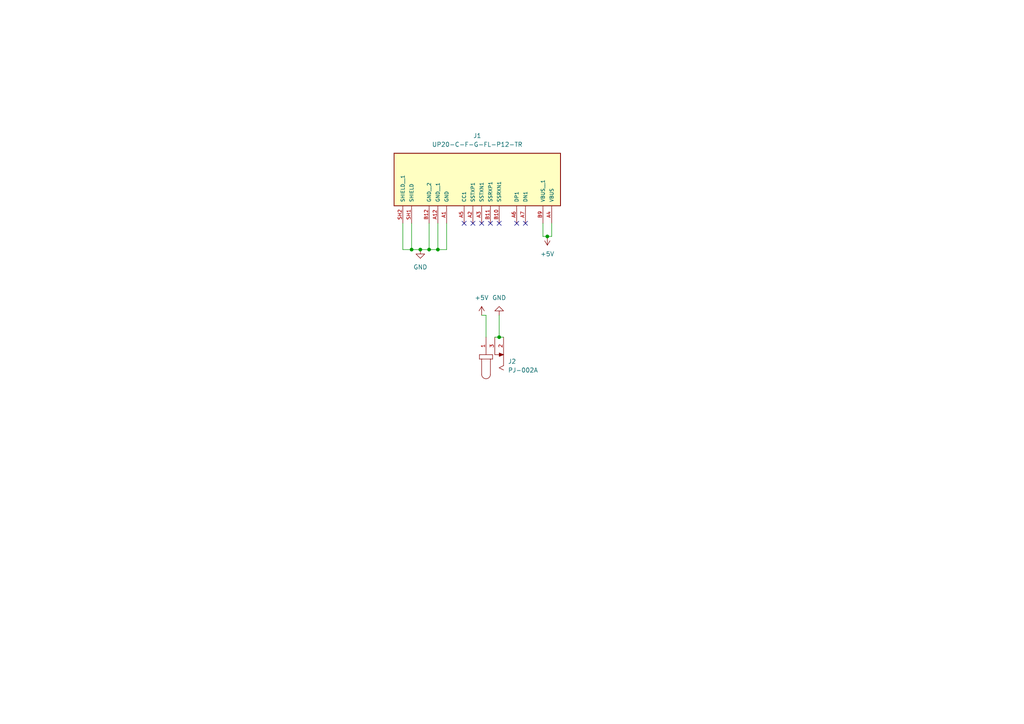
<source format=kicad_sch>
(kicad_sch (version 20250114) (generator "eeschema") (generator_version "9.0")
  (paper "A4")
  (lib_symbols
    (symbol "PJ-002A:PJ-002A" (pin_names (offset 1.016))
      (property "Reference" "J" (at -7.6212 5.0808 0))
      (property "Value" "PJ-002A" (at -7.6324 -5.0882 0))
      (symbol "PJ-002A_0_0"
        (polyline (pts (xy -5.715 3.81) (xy -1.27 3.81)) (stroke (width 0.1524)))
        (arc (start -5.715 1.27) (mid -6.9794 2.54) (end -5.715 3.81) (stroke (width 0.1524)))
        (polyline (pts (xy -3.81 -1.27) (xy -4.445 -2.54)) (stroke (width 0.1524)))
        (polyline (pts (xy -3.175 -2.54) (xy -3.81 -1.27)) (stroke (width 0.1524)))
        (polyline (pts (xy -1.27 4.445) (xy -1.27 3.81)) (stroke (width 0.1524)))
        (polyline (pts (xy -1.27 3.81) (xy -1.27 1.27)) (stroke (width 0.1524)))
        (polyline (pts (xy -1.27 1.27) (xy -5.715 1.27)) (stroke (width 0.1524)))
        (polyline (pts (xy -1.27 1.27) (xy -1.27 0.635)) (stroke (width 0.1524)))
        (polyline (pts (xy -1.27 0.635) (xy 0 0.635)) (stroke (width 0.1524)))
        (polyline (pts (xy 0 4.445) (xy -1.27 4.445)) (stroke (width 0.1524)))
        (polyline (pts (xy 0 0.635) (xy 0 4.445)) (stroke (width 0.1524)))
        (polyline (pts (xy 0 0) (xy 0 -2.54)) (stroke (width 0.1524)))
        (polyline (pts (xy 0 -2.54) (xy -3.175 -2.54)) (stroke (width 0.1524)))
        (polyline (pts (xy 0 -2.54) (xy -0.508 -1.27) (xy 0.508 -1.27) (xy 0 -2.54)) (stroke (width 0.1524)) (fill (type outline)))
        (pin passive line (at 5.08 2.54 180) (length 5.08) (name "~") (number "1"))
        (pin passive line (at 5.08 0 180) (length 5.08) (name "~") (number "3"))
        (pin passive line (at 5.08 -2.54 180) (length 5.08) (name "~") (number "2"))
      )
    )
    (symbol "UP20-C-F-G-FL-P12-TR:UP20-C-F-G-FL-P12-TR" (pin_names (offset 1.016))
      (property "Reference" "J" (at -7.62 18.542 0))
      (property "Value" "UP20-C-F-G-FL-P12-TR" (at -7.62 -33.02 0))
      (symbol "UP20-C-F-G-FL-P12-TR_0_0"
        (rectangle (start -7.62 -30.48) (end 7.62 17.78) (stroke (width 0.254)) (fill (type background)))
        (pin passive line (at 12.7 15.24 180) (length 5.08) (name "VBUS") (number "A4"))
        (pin passive line (at 12.7 12.7 180) (length 5.08) (name "VBUS__1") (number "B9"))
        (pin passive line (at 12.7 7.62 180) (length 5.08) (name "DN1") (number "A7"))
        (pin passive line (at 12.7 5.08 180) (length 5.08) (name "DP1") (number "A6"))
        (pin passive line (at 12.7 0 180) (length 5.08) (name "SSRXN1") (number "B10"))
        (pin passive line (at 12.7 -2.54 180) (length 5.08) (name "SSRXP1") (number "B11"))
        (pin passive line (at 12.7 -5.08 180) (length 5.08) (name "SSTXN1") (number "A3"))
        (pin passive line (at 12.7 -7.62 180) (length 5.08) (name "SSTXP1") (number "A2"))
        (pin passive line (at 12.7 -10.16 180) (length 5.08) (name "CC1") (number "A5"))
        (pin passive line (at 12.7 -15.24 180) (length 5.08) (name "GND") (number "A1"))
        (pin passive line (at 12.7 -17.78 180) (length 5.08) (name "GND__1") (number "A12"))
        (pin passive line (at 12.7 -20.32 180) (length 5.08) (name "GND__2") (number "B12"))
        (pin passive line (at 12.7 -25.4 180) (length 5.08) (name "SHIELD") (number "SH1"))
        (pin passive line (at 12.7 -27.94 180) (length 5.08) (name "SHIELD__1") (number "SH2"))
      )
    )
    (symbol "power:+5V" (power) (pin_numbers (hide yes)) (pin_names (offset 0) (hide yes))
      (property "Value" "+5V" (at 0 3.556 0))
      (symbol "+5V_0_1"
        (polyline (pts (xy -0.762 1.27) (xy 0 2.54)))
        (polyline (pts (xy 0 2.54) (xy 0.762 1.27)))
        (polyline (pts (xy 0 0) (xy 0 2.54)))
      )
      (symbol "+5V_1_1"
        (pin power_in line (at 0 0 90) (length 0) (name "~") (number "1"))
      )
    )
    (symbol "power:GND" (power) (pin_numbers (hide yes)) (pin_names (offset 0) (hide yes))
      (property "Value" "GND" (at 0 -3.81 0))
      (symbol "GND_0_1"
        (polyline (pts (xy 0 0) (xy 0 -1.27) (xy 1.27 -1.27) (xy 0 -2.54) (xy -1.27 -1.27) (xy 0 -1.27)))
      )
      (symbol "GND_1_1"
        (pin power_in line (at 0 0 270) (length 0) (name "~") (number "1"))
      )
    )
  )
  (junction (at 127 72.39))
  (junction (at 121.92 72.39))
  (junction (at 124.46 72.39))
  (junction (at 158.75 68.58))
  (junction (at 119.38 72.39))
  (junction (at 144.78 97.79))
  (no_connect (at 134.62 64.77))
  (no_connect (at 142.24 64.77))
  (no_connect (at 137.16 64.77))
  (no_connect (at 152.4 64.77))
  (no_connect (at 149.86 64.77))
  (no_connect (at 144.78 64.77))
  (no_connect (at 139.7 64.77))
  (wire (pts (xy 160.02 68.58) (xy 158.75 68.58)))
  (wire (pts (xy 124.46 72.39) (xy 121.92 72.39)))
  (wire (pts (xy 127 64.77) (xy 127 72.39)))
  (wire (pts (xy 140.97 97.79) (xy 140.97 91.44)))
  (wire (pts (xy 116.84 72.39) (xy 119.38 72.39)))
  (wire (pts (xy 144.78 97.79) (xy 146.05 97.79)))
  (wire (pts (xy 119.38 64.77) (xy 119.38 72.39)))
  (wire (pts (xy 129.54 72.39) (xy 127 72.39)))
  (wire (pts (xy 157.48 68.58) (xy 157.48 64.77)))
  (wire (pts (xy 119.38 72.39) (xy 121.92 72.39)))
  (wire (pts (xy 140.97 91.44) (xy 139.7 91.44)))
  (wire (pts (xy 129.54 64.77) (xy 129.54 72.39)))
  (wire (pts (xy 144.78 91.44) (xy 144.78 97.79)))
  (wire (pts (xy 143.51 97.79) (xy 144.78 97.79)))
  (wire (pts (xy 160.02 64.77) (xy 160.02 68.58)))
  (wire (pts (xy 124.46 64.77) (xy 124.46 72.39)))
  (wire (pts (xy 116.84 72.39) (xy 116.84 64.77)))
  (wire (pts (xy 158.75 68.58) (xy 157.48 68.58)))
  (wire (pts (xy 127 72.39) (xy 124.46 72.39)))
  (symbol (lib_id "UP20-C-F-G-FL-P12-TR:UP20-C-F-G-FL-P12-TR") (at 144.78 52.07 270) (unit 1)
    (property "Reference" "J1" (at 138.43 39.37 90))
    (property "Value" "UP20-C-F-G-FL-P12-TR" (at 138.43 41.91 90))
    (property "Footprint" "UP20_C_F_G_FL_P12_TR:SAMESKY_UP20-C-F-G-FL-P12-TR" (effects (hide yes)))
    (property "PARTREV" "1.01" (effects (hide yes)))
    (property "STANDARD" "Manufacturer Recommendations" (effects (hide yes)))
    (property "MAXIMUM_PACKAGE_HEIGHT" "1.85mm" (effects (hide yes)))
    (property "MANUFACTURER" "Same Sky" (effects (hide yes)))
  )
  (symbol (lib_id "power:+5V") (at 158.75 68.58 180) (unit 1)
    (property "Reference" "#PWR04" (effects (hide yes)))
    (property "Value" "+5V" (at 158.75 73.66 0))
    (property "Description" "Power symbol creates a global label with name \"+5V\"" (effects (hide yes)))
  )
  (symbol (lib_id "PJ-002A:PJ-002A") (at 143.51 102.87 90) (unit 1)
    (property "Reference" "J2" (at 147.32 104.8356 90) (effects (justify right)))
    (property "Value" "PJ-002A" (at 147.32 107.3756 90) (effects (justify right)))
    (property "Footprint" "PJ_002A:CUI_PJ-002A" (effects (hide yes)))
    (property "MANUFACTURER" "CUI INC" (effects (hide yes)))
    (property "STANDARD" "Manufacturer recommendations" (effects (hide yes)))
  )
  (symbol (lib_id "power:GND") (at 121.92 72.39 0) (unit 1)
    (property "Reference" "#PWR02" (effects (hide yes)))
    (property "Value" "GND" (at 121.92 77.47 0))
    (property "Description" "Power symbol creates a global label with name \"GND\" , ground" (effects (hide yes)))
  )
  (symbol (lib_id "power:+5V") (at 139.7 91.44 0) (unit 1)
    (property "Reference" "#PWR03" (effects (hide yes)))
    (property "Value" "+5V" (at 139.7 86.36 0))
    (property "Description" "Power symbol creates a global label with name \"+5V\"" (effects (hide yes)))
  )
  (symbol (lib_id "power:GND") (at 144.78 91.44 180) (unit 1)
    (property "Reference" "#PWR01" (effects (hide yes)))
    (property "Value" "GND" (at 144.78 86.36 0))
    (property "Description" "Power symbol creates a global label with name \"GND\" , ground" (effects (hide yes)))
  )
)
</source>
